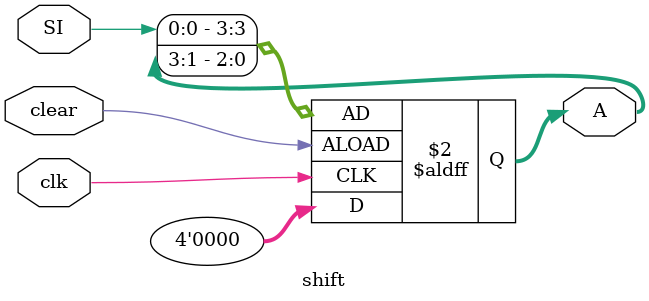
<source format=v>
module shift(input SI,input clk,input clear,output reg[3:0]A);
    always @ (posedge clk,negedge clear) begin
        if(clear) A<=4'b0000;
        else A<={SI,A[3:1]};
    end
endmodule
</source>
